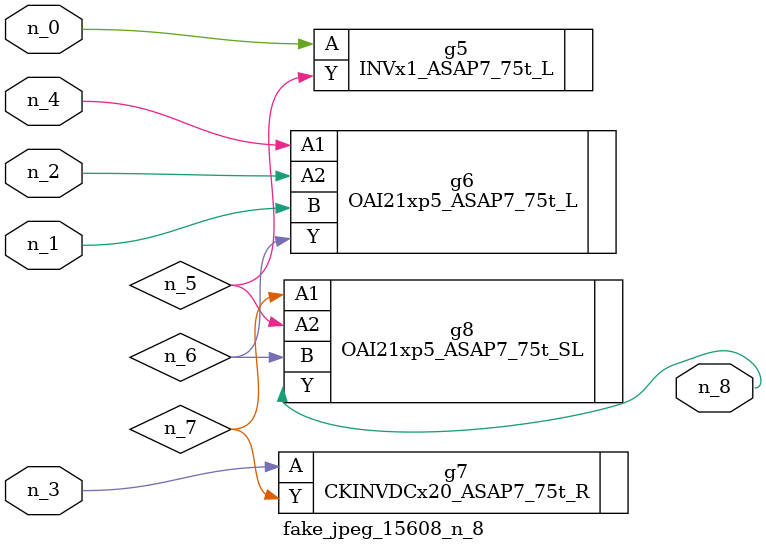
<source format=v>
module fake_jpeg_15608_n_8 (n_3, n_2, n_1, n_0, n_4, n_8);

input n_3;
input n_2;
input n_1;
input n_0;
input n_4;

output n_8;

wire n_6;
wire n_5;
wire n_7;

INVx1_ASAP7_75t_L g5 ( 
.A(n_0),
.Y(n_5)
);

OAI21xp5_ASAP7_75t_L g6 ( 
.A1(n_4),
.A2(n_2),
.B(n_1),
.Y(n_6)
);

CKINVDCx20_ASAP7_75t_R g7 ( 
.A(n_3),
.Y(n_7)
);

OAI21xp5_ASAP7_75t_SL g8 ( 
.A1(n_7),
.A2(n_5),
.B(n_6),
.Y(n_8)
);


endmodule
</source>
